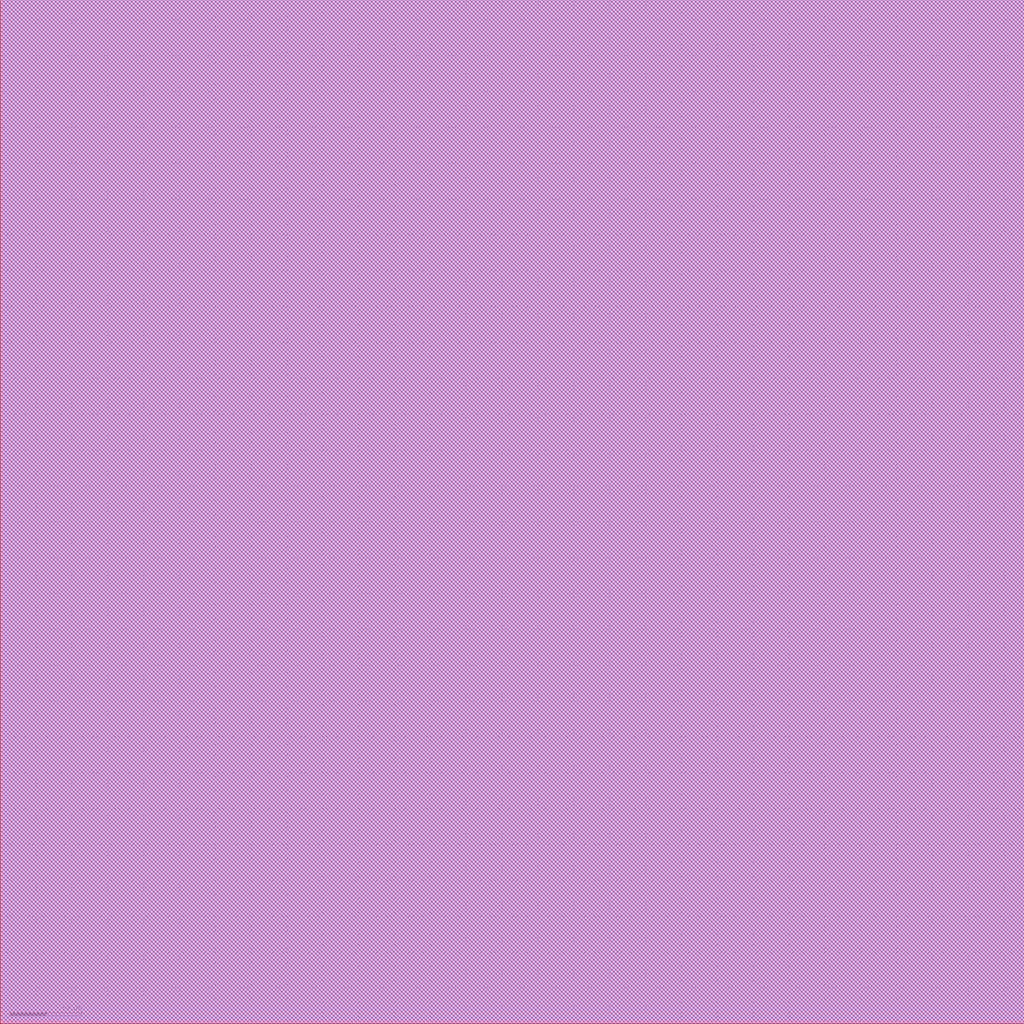
<source format=lef>
VERSION 5.7 ;
  NOWIREEXTENSIONATPIN ON ;
  DIVIDERCHAR "/" ;
  BUSBITCHARS "[]" ;
MACRO gf180mcu_ws_ip__id
  CLASS BLOCK ;
  FOREIGN gf180mcu_ws_ip__id ;
  ORIGIN 0.000 0.000 ;
  SIZE 142.800 BY 142.800 ;
  OBS
      LAYER Metal1 ;
        RECT 0.0 0.0 142.8 142.8 ;
      LAYER Metal2 ;
        RECT 0.0 0.0 142.8 142.8 ;
      LAYER Metal3 ;
        RECT 0.0 0.0 142.8 142.8 ;
      LAYER Metal4 ;
        RECT 0.0 0.0 142.8 142.8 ;
      LAYER Metal5 ;
        RECT 0.0 0.0 142.8 142.8 ;
  END
END gf180mcu_ws_ip__id
END LIBRARY


</source>
